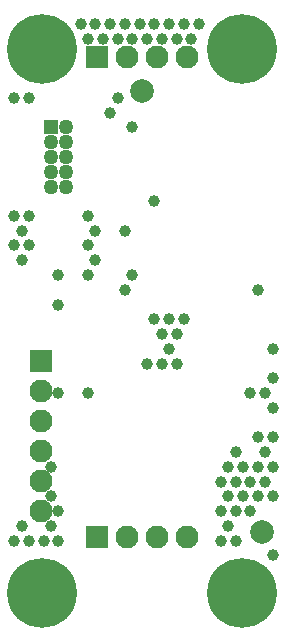
<source format=gbr>
G04*
G04 #@! TF.GenerationSoftware,Altium Limited,Altium Designer,24.5.2 (23)*
G04*
G04 Layer_Color=16711935*
%FSLAX25Y25*%
%MOIN*%
G70*
G04*
G04 #@! TF.SameCoordinates,31991F0E-98CA-4A4E-B794-B5AF52ABA4E1*
G04*
G04*
G04 #@! TF.FilePolarity,Negative*
G04*
G01*
G75*
%ADD34C,0.03950*%
%ADD37C,0.07874*%
%ADD39C,0.23241*%
%ADD40R,0.07690X0.07690*%
%ADD41C,0.07690*%
%ADD42R,0.07690X0.07690*%
%ADD43C,0.05000*%
%ADD44R,0.05000X0.05000*%
D34*
X29232Y198461D02*
D03*
X26772Y203382D02*
D03*
X90748Y95114D02*
D03*
Y85272D02*
D03*
X88287Y80350D02*
D03*
X90748Y75429D02*
D03*
Y65587D02*
D03*
X88287Y60665D02*
D03*
X90748Y55744D02*
D03*
X88287Y50823D02*
D03*
X90748Y45902D02*
D03*
Y26217D02*
D03*
X85827Y114799D02*
D03*
X83366Y80350D02*
D03*
X85827Y65587D02*
D03*
Y55744D02*
D03*
X83366Y50823D02*
D03*
X85827Y45902D02*
D03*
X83366Y40980D02*
D03*
X78445Y60665D02*
D03*
X80905Y55744D02*
D03*
X78445Y50823D02*
D03*
X80905Y45902D02*
D03*
X78445Y40980D02*
D03*
Y31138D02*
D03*
X75984Y55744D02*
D03*
X73524Y50823D02*
D03*
X75984Y45902D02*
D03*
X73524Y40980D02*
D03*
X75984Y36059D02*
D03*
X73524Y31138D02*
D03*
X66142Y203382D02*
D03*
X63681Y198461D02*
D03*
X61221Y203382D02*
D03*
X58760Y198461D02*
D03*
X61221Y104957D02*
D03*
X58760Y100035D02*
D03*
Y90193D02*
D03*
X56299Y203382D02*
D03*
X53839Y198461D02*
D03*
X56299Y104957D02*
D03*
X53839Y100035D02*
D03*
X56299Y95114D02*
D03*
X53839Y90193D02*
D03*
X51378Y203382D02*
D03*
X48917Y198461D02*
D03*
X51378Y144327D02*
D03*
Y104957D02*
D03*
X48917Y90193D02*
D03*
X46457Y203382D02*
D03*
X43996Y198461D02*
D03*
Y168933D02*
D03*
Y119720D02*
D03*
X41535Y203382D02*
D03*
X39075Y198461D02*
D03*
Y178776D02*
D03*
X41535Y134484D02*
D03*
Y114799D02*
D03*
X36614Y203382D02*
D03*
X34154Y198461D02*
D03*
X36614Y173854D02*
D03*
X31693Y203382D02*
D03*
X29232Y139406D02*
D03*
X31693Y134484D02*
D03*
X29232Y129563D02*
D03*
X31693Y124642D02*
D03*
X29232Y119720D02*
D03*
Y80350D02*
D03*
X19390Y119720D02*
D03*
Y109878D02*
D03*
Y80350D02*
D03*
Y40980D02*
D03*
Y31138D02*
D03*
X16929Y55744D02*
D03*
Y45902D02*
D03*
Y36059D02*
D03*
X14469Y31138D02*
D03*
X9547Y178776D02*
D03*
Y139406D02*
D03*
Y129563D02*
D03*
Y31138D02*
D03*
X4626Y178776D02*
D03*
Y139406D02*
D03*
X7087Y134484D02*
D03*
X4626Y129563D02*
D03*
X7087Y124642D02*
D03*
Y36059D02*
D03*
X4626Y31138D02*
D03*
D37*
X87126Y34087D02*
D03*
X47226Y181000D02*
D03*
D39*
X13780Y194882D02*
D03*
X14028Y13780D02*
D03*
X80709D02*
D03*
Y194882D02*
D03*
D40*
X13400Y91000D02*
D03*
D41*
Y81000D02*
D03*
Y71000D02*
D03*
Y61000D02*
D03*
Y51000D02*
D03*
Y41000D02*
D03*
X62244Y192488D02*
D03*
X52244D02*
D03*
X42244D02*
D03*
Y32488D02*
D03*
X52244D02*
D03*
X62244D02*
D03*
D42*
X32244Y192488D02*
D03*
Y32488D02*
D03*
D43*
X21971Y159088D02*
D03*
X16971D02*
D03*
Y164088D02*
D03*
Y154088D02*
D03*
Y149088D02*
D03*
X21971Y154088D02*
D03*
Y149088D02*
D03*
Y164088D02*
D03*
Y169088D02*
D03*
D44*
X16971D02*
D03*
M02*

</source>
